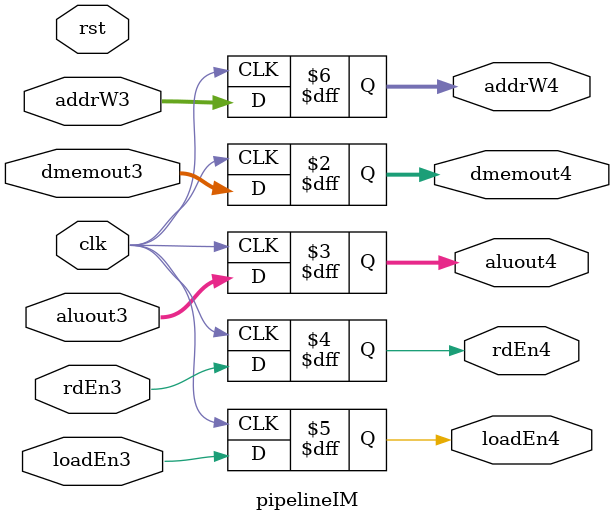
<source format=v>
`timescale 1ns / 1ps


module pipelineIM(
        input clk, rst,
        input[31:0] dmemout3, aluout3,
        input rdEn3, loadEn3,
        input[4:0] addrW3,
        output reg [31:0] dmemout4, aluout4,
        output reg rdEn4, loadEn4,
        output reg [4:0] addrW4
    );
    always@(posedge clk)
    begin
        dmemout4 <= dmemout3;
        aluout4 <= aluout3;
        rdEn4 <= rdEn3;
        loadEn4 <= loadEn3;
        addrW4 <= addrW3;
    end
	
endmodule

</source>
